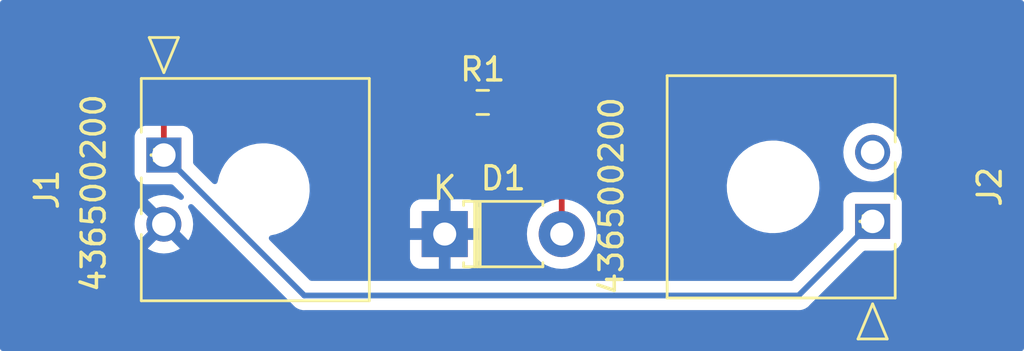
<source format=kicad_pcb>
(kicad_pcb (version 20211014) (generator pcbnew)
  (layers (0 "F.Cu" signal) (31 "B.Cu" signal) (34 "B.Paste" user) (35 "F.Paste" user) (36 "B.SilkS" user "B.Silkscreen") (37 "F.SilkS" user "F.Silkscreen") (38 "B.Mask" user) (39 "F.Mask" user) (44 "Edge.Cuts" user))
  (net 0 "")
  (net 1 "Ground")
  (net 2 "Net-(D1-Pad2)")
  (net 3 "Input Power")
  (footprint "Diode_THT:D_T-1_P5.08mm_Horizontal" (layer "F.Cu") (at 123.444 86.36)
    (fp_text reference "D1" (at 2.54 -2.42) (layer "F.SilkS"))
    (fp_text value "LED")
    (fp_text user "K" (at 0 -2) (layer "F.SilkS"))
    (fp_line (start 1.54 -1.42) (end 1.54 1.42) (layer "F.SilkS") (width 0.12))
    (fp_line (start 0.82 1.24) (end 0.82 1.42) (layer "F.SilkS") (width 0.12))
    (fp_line (start 1.3 -1.42) (end 1.3 1.42) (layer "F.SilkS") (width 0.12))
    (fp_line (start 4.26 1.42) (end 4.26 1.24) (layer "F.SilkS") (width 0.12))
    (fp_line (start 0.82 1.42) (end 4.26 1.42) (layer "F.SilkS") (width 0.12))
    (fp_line (start 1.42 -1.42) (end 1.42 1.42) (layer "F.SilkS") (width 0.12))
    (fp_line (start 0.82 -1.24) (end 0.82 -1.42) (layer "F.SilkS") (width 0.12))
    (fp_line (start 0.82 -1.42) (end 4.26 -1.42) (layer "F.SilkS") (width 0.12))
    (fp_line (start 4.26 -1.42) (end 4.26 -1.24) (layer "F.SilkS") (width 0.12))
    (pad "1" thru_hole rect locked (at 0 0) (size 2 2) (drill 1) (layers *.Cu *.Mask) (net 1 "Ground"))
    (pad "2" thru_hole oval locked (at 5.08 0) (size 2 2) (drill 1) (layers *.Cu *.Mask) (net 2 "Net-(D1-Pad2)"))
  )
  (footprint "Resistor_SMD:R_0603_1608Metric_Pad0.98x0.95mm_HandSolder" (layer "F.Cu") (at 125.095 80.645)
    (fp_text reference "R1" (at 0 -1.43) (layer "F.SilkS"))
    (fp_text value "1k")
    (fp_line (start -0.254724 0.5225) (end 0.254724 0.5225) (layer "F.SilkS") (width 0.12))
    (fp_line (start -0.254724 -0.5225) (end 0.254724 -0.5225) (layer "F.SilkS") (width 0.12))
    (pad "1" smd roundrect locked (at -0.9125 0) (size 0.975 0.95) (layers "F.Cu" "F.Paste" "F.Mask") (net 3 "Input Power"))
    (pad "2" smd roundrect locked (at 0.9125 0) (size 0.975 0.95) (layers "F.Cu" "F.Paste" "F.Mask") (net 2 "Net-(D1-Pad2)"))
  )
  (footprint "Global Libraries:436500200" (layer "F.Cu") (at 111.252 82.931 90)
    (fp_text reference "J1" (at -1.5 -5.08 90) (layer "F.SilkS"))
    (fp_text value "436500200" (at -1.651 -3.048 90) (layer "F.SilkS"))
    (fp_text user "*" (at 0 0 90) (layer "F.SilkS"))
    (fp_line (start -3.447889 -0.980001) (end -6.324989 -0.980001) (layer "F.SilkS") (width 0.12))
    (fp_line (start -0.988924 -0.980001) (end -2.552109 -0.980001) (layer "F.SilkS") (width 0.12))
    (fp_line (start -6.324989 -0.980001) (end -6.324989 8.92) (layer "F.SilkS") (width 0.12))
    (fp_line (start 5.102992 -0.635) (end 5.102992 0.635) (layer "F.SilkS") (width 0.12))
    (fp_line (start 3.578992 0) (end 5.102992 -0.635) (layer "F.SilkS") (width 0.12))
    (fp_line (start 3.324992 8.92) (end 3.324992 -0.980001) (layer "F.SilkS") (width 0.12))
    (fp_line (start 3.324992 -0.980001) (end 0.988924 -0.980001) (layer "F.SilkS") (width 0.12))
    (fp_line (start 5.102992 0.635) (end 3.578992 0) (layer "F.SilkS") (width 0.12))
    (fp_line (start -6.324989 8.92) (end 3.324992 8.92) (layer "F.SilkS") (width 0.12))
    (pad "" np_thru_hole circle (at -1.5 4.319999 90) (size 2.999999 2.999999) (drill 2.999999) (layers *.Cu *.Mask))
    (pad "1" thru_hole rect (at 0 0 90) (size 1.52 1.52) (drill 1.02) (layers *.Cu *.Mask) (net 3 "Input Power"))
    (pad "2" thru_hole circle (at -2.999999 0 90) (size 1.52 1.52) (drill 1.02) (layers *.Cu *.Mask) (net 1 "Ground"))
  )
  (footprint "Global Libraries:436500200" (layer "F.Cu") (at 142.019 85.810498 -90)
    (fp_text reference "J2" (at -1.5 -5.08 90) (layer "F.SilkS"))
    (fp_text value "436500200" (at -1.101498 11.335999 90) (layer "F.SilkS"))
    (fp_text user "*" (at 0 0 90) (layer "F.SilkS"))
    (fp_line (start 3.324992 -0.980001) (end 0.988924 -0.980001) (layer "F.SilkS") (width 0.12))
    (fp_line (start -0.988924 -0.980001) (end -2.552109 -0.980001) (layer "F.SilkS") (width 0.12))
    (fp_line (start 3.324992 8.92) (end 3.324992 -0.980001) (layer "F.SilkS") (width 0.12))
    (fp_line (start 3.578992 0) (end 5.102992 -0.635) (layer "F.SilkS") (width 0.12))
    (fp_line (start 5.102992 -0.635) (end 5.102992 0.635) (layer "F.SilkS") (width 0.12))
    (fp_line (start -6.324989 8.92) (end 3.324992 8.92) (layer "F.SilkS") (width 0.12))
    (fp_line (start -3.447889 -0.980001) (end -6.324989 -0.980001) (layer "F.SilkS") (width 0.12))
    (fp_line (start -6.324989 -0.980001) (end -6.324989 8.92) (layer "F.SilkS") (width 0.12))
    (fp_line (start 5.102992 0.635) (end 3.578992 0) (layer "F.SilkS") (width 0.12))
    (pad "" np_thru_hole circle (at -1.5 4.319999 270) (size 2.999999 2.999999) (drill 2.999999) (layers *.Cu *.Mask))
    (pad "1" thru_hole rect (at 0 0 270) (size 1.52 1.52) (drill 1.02) (layers *.Cu *.Mask) (net 3 "Input Power"))
    (pad "2" thru_hole circle (at -2.999999 0 270) (size 1.52 1.52) (drill 1.02) (layers *.Cu *.Mask))
  )
  (segment (start 128.397 80.645) (end 128.524 80.772) (width 0.25) (layer "F.Cu") (net 2))
  (segment (start 128.524 80.772) (end 128.524 86.36) (width 0.25) (layer "F.Cu") (net 2))
  (segment (start 126.0075 80.645) (end 128.397 80.645) (width 0.25) (layer "F.Cu") (net 2))
  (segment (start 111.252 80.645) (end 111.252 82.931) (width 0.25) (layer "F.Cu") (net 3))
  (segment (start 124.1825 80.645) (end 111.252 80.645) (width 0.25) (layer "F.Cu") (net 3))
  (segment (start 138.802498 89.027) (end 117.348 89.027) (width 0.25) (layer "B.Cu") (net 3))
  (segment (start 117.348 89.027) (end 111.252 82.931) (width 0.25) (layer "B.Cu") (net 3))
  (segment (start 142.019 85.810498) (end 138.802498 89.027) (width 0.25) (layer "B.Cu") (net 3))
  (zone (net 1) (net_name "Ground") (layer "B.Cu") (connect_pads (clearance 0.508)) (min_thickness 0.254) (fill yes (thermal_gap 0.508) (thermal_bridge_width 0.508))
    (polygon (pts (xy 148.59 91.44) (xy 104.14 91.44) (xy 104.14 76.2) (xy 148.59 76.2)))
  )
)
</source>
